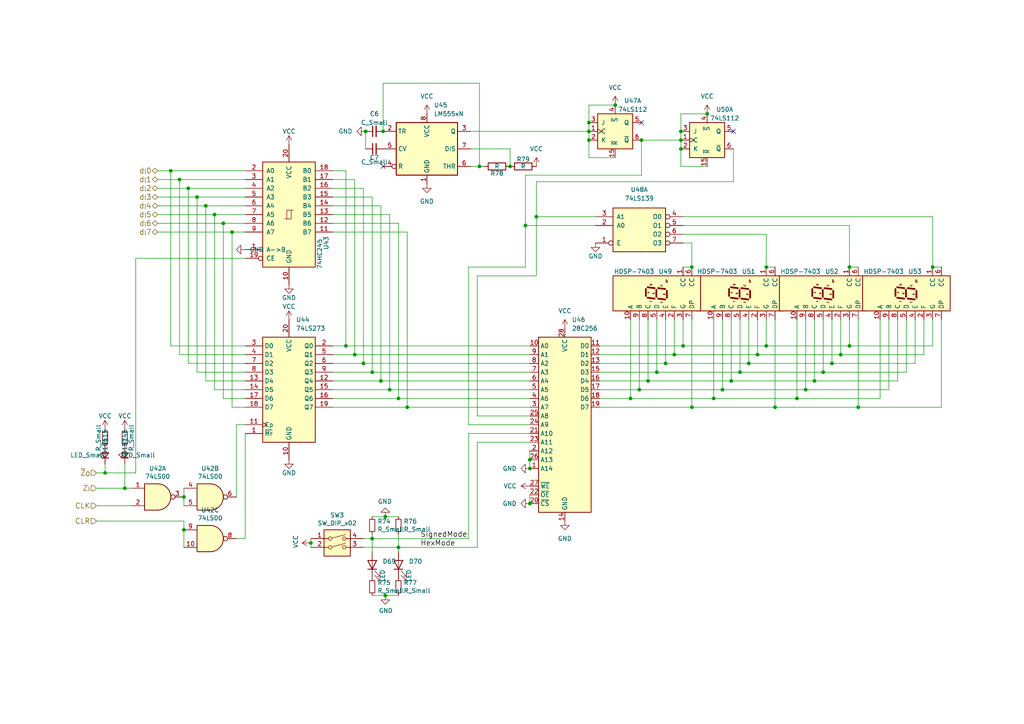
<source format=kicad_sch>
(kicad_sch (version 20230121) (generator eeschema)
  (paper "A4")
  (lib_symbols
    (symbol "74xx:74HC245" (pin_names (offset 1.016))
      (property "Reference" "U" (at -7.62 16.51 0))
      (property "Value" "74HC245" (at -7.62 -16.51 0))
      (symbol "74HC245_1_0"
        (polyline (pts (xy -0.635 -1.27) (xy -0.635 1.27) (xy 0.635 1.27)))
        (polyline (pts (xy -1.27 -1.27) (xy 0.635 -1.27) (xy 0.635 1.27) (xy 1.27 1.27)))
        (pin input line (at -12.7 -10.16 0) (length 5.08) (name "A->B") (number "1"))
        (pin power_in line (at 0 -20.32 90) (length 5.08) (name "GND") (number "10"))
        (pin tri_state line (at 12.7 -5.08 180) (length 5.08) (name "B7") (number "11"))
        (pin tri_state line (at 12.7 -2.54 180) (length 5.08) (name "B6") (number "12"))
        (pin tri_state line (at 12.7 0 180) (length 5.08) (name "B5") (number "13"))
        (pin tri_state line (at 12.7 2.54 180) (length 5.08) (name "B4") (number "14"))
        (pin tri_state line (at 12.7 5.08 180) (length 5.08) (name "B3") (number "15"))
        (pin tri_state line (at 12.7 7.62 180) (length 5.08) (name "B2") (number "16"))
        (pin tri_state line (at 12.7 10.16 180) (length 5.08) (name "B1") (number "17"))
        (pin tri_state line (at 12.7 12.7 180) (length 5.08) (name "B0") (number "18"))
        (pin input inverted (at -12.7 -12.7 0) (length 5.08) (name "CE") (number "19"))
        (pin tri_state line (at -12.7 12.7 0) (length 5.08) (name "A0") (number "2"))
        (pin power_in line (at 0 20.32 270) (length 5.08) (name "VCC") (number "20"))
        (pin tri_state line (at -12.7 10.16 0) (length 5.08) (name "A1") (number "3"))
        (pin tri_state line (at -12.7 7.62 0) (length 5.08) (name "A2") (number "4"))
        (pin tri_state line (at -12.7 5.08 0) (length 5.08) (name "A3") (number "5"))
        (pin tri_state line (at -12.7 2.54 0) (length 5.08) (name "A4") (number "6"))
        (pin tri_state line (at -12.7 0 0) (length 5.08) (name "A5") (number "7"))
        (pin tri_state line (at -12.7 -2.54 0) (length 5.08) (name "A6") (number "8"))
        (pin tri_state line (at -12.7 -5.08 0) (length 5.08) (name "A7") (number "9"))
      )
      (symbol "74HC245_1_1"
        (rectangle (start -7.62 15.24) (end 7.62 -15.24) (stroke (width 0.254)) (fill (type background)))
      )
    )
    (symbol "74xx:74LS00" (pin_names (offset 1.016))
      (property "Reference" "U" (at 0 1.27 0))
      (property "Value" "74LS00" (at 0 -1.27 0))
      (symbol "74LS00_1_1"
        (arc (start 0 -3.81) (mid 3.7934 0) (end 0 3.81) (stroke (width 0.254)) (fill (type background)))
        (polyline (pts (xy 0 3.81) (xy -3.81 3.81) (xy -3.81 -3.81) (xy 0 -3.81)) (stroke (width 0.254)) (fill (type background)))
        (pin input line (at -7.62 2.54 0) (length 3.81) (name "~") (number "1"))
        (pin input line (at -7.62 -2.54 0) (length 3.81) (name "~") (number "2"))
        (pin output inverted (at 7.62 0 180) (length 3.81) (name "~") (number "3"))
      )
      (symbol "74LS00_1_2"
        (arc (start -3.81 -3.81) (mid -2.589 0) (end -3.81 3.81) (stroke (width 0.254)))
        (arc (start -0.6096 -3.81) (mid 2.1842 -2.5851) (end 3.81 0) (stroke (width 0.254)) (fill (type background)))
        (polyline (pts (xy -3.81 -3.81) (xy -0.635 -3.81)) (stroke (width 0.254)) (fill (type background)))
        (polyline (pts (xy -3.81 3.81) (xy -0.635 3.81)) (stroke (width 0.254)) (fill (type background)))
        (polyline (pts (xy -0.635 3.81) (xy -3.81 3.81) (xy -3.81 3.81) (xy -3.556 3.4036) (xy -3.0226 2.2606) (xy -2.6924 1.0414) (xy -2.6162 -0.254) (xy -2.7686 -1.4986) (xy -3.175 -2.7178) (xy -3.81 -3.81) (xy -3.81 -3.81) (xy -0.635 -3.81)) (stroke (width -25.4)) (fill (type background)))
        (arc (start 3.81 0) (mid 2.1915 2.5936) (end -0.6096 3.81) (stroke (width 0.254)) (fill (type background)))
        (pin input inverted (at -7.62 2.54 0) (length 4.318) (name "~") (number "1"))
        (pin input inverted (at -7.62 -2.54 0) (length 4.318) (name "~") (number "2"))
        (pin output line (at 7.62 0 180) (length 3.81) (name "~") (number "3"))
      )
      (symbol "74LS00_2_1"
        (arc (start 0 -3.81) (mid 3.7934 0) (end 0 3.81) (stroke (width 0.254)) (fill (type background)))
        (polyline (pts (xy 0 3.81) (xy -3.81 3.81) (xy -3.81 -3.81) (xy 0 -3.81)) (stroke (width 0.254)) (fill (type background)))
        (pin input line (at -7.62 2.54 0) (length 3.81) (name "~") (number "4"))
        (pin input line (at -7.62 -2.54 0) (length 3.81) (name "~") (number "5"))
        (pin output inverted (at 7.62 0 180) (length 3.81) (name "~") (number "6"))
      )
      (symbol "74LS00_2_2"
        (arc (start -3.81 -3.81) (mid -2.589 0) (end -3.81 3.81) (stroke (width 0.254)))
        (arc (start -0.6096 -3.81) (mid 2.1842 -2.5851) (end 3.81 0) (stroke (width 0.254)) (fill (type background)))
        (polyline (pts (xy -3.81 -3.81) (xy -0.635 -3.81)) (stroke (width 0.254)) (fill (type background)))
        (polyline (pts (xy -3.81 3.81) (xy -0.635 3.81)) (stroke (width 0.254)) (fill (type background)))
        (polyline (pts (xy -0.635 3.81) (xy -3.81 3.81) (xy -3.81 3.81) (xy -3.556 3.4036) (xy -3.0226 2.2606) (xy -2.6924 1.0414) (xy -2.6162 -0.254) (xy -2.7686 -1.4986) (xy -3.175 -2.7178) (xy -3.81 -3.81) (xy -3.81 -3.81) (xy -0.635 -3.81)) (stroke (width -25.4)) (fill (type background)))
        (arc (start 3.81 0) (mid 2.1915 2.5936) (end -0.6096 3.81) (stroke (width 0.254)) (fill (type background)))
        (pin input inverted (at -7.62 2.54 0) (length 4.318) (name "~") (number "4"))
        (pin input inverted (at -7.62 -2.54 0) (length 4.318) (name "~") (number "5"))
        (pin output line (at 7.62 0 180) (length 3.81) (name "~") (number "6"))
      )
      (symbol "74LS00_3_1"
        (arc (start 0 -3.81) (mid 3.7934 0) (end 0 3.81) (stroke (width 0.254)) (fill (type background)))
        (polyline (pts (xy 0 3.81) (xy -3.81 3.81) (xy -3.81 -3.81) (xy 0 -3.81)) (stroke (width 0.254)) (fill (type background)))
        (pin input line (at -7.62 -2.54 0) (length 3.81) (name "~") (number "10"))
        (pin output inverted (at 7.62 0 180) (length 3.81) (name "~") (number "8"))
        (pin input line (at -7.62 2.54 0) (length 3.81) (name "~") (number "9"))
      )
      (symbol "74LS00_3_2"
        (arc (start -3.81 -3.81) (mid -2.589 0) (end -3.81 3.81) (stroke (width 0.254)))
        (arc (start -0.6096 -3.81) (mid 2.1842 -2.5851) (end 3.81 0) (stroke (width 0.254)) (fill (type background)))
        (polyline (pts (xy -3.81 -3.81) (xy -0.635 -3.81)) (stroke (width 0.254)) (fill (type background)))
        (polyline (pts (xy -3.81 3.81) (xy -0.635 3.81)) (stroke (width 0.254)) (fill (type background)))
        (polyline (pts (xy -0.635 3.81) (xy -3.81 3.81) (xy -3.81 3.81) (xy -3.556 3.4036) (xy -3.0226 2.2606) (xy -2.6924 1.0414) (xy -2.6162 -0.254) (xy -2.7686 -1.4986) (xy -3.175 -2.7178) (xy -3.81 -3.81) (xy -3.81 -3.81) (xy -0.635 -3.81)) (stroke (width -25.4)) (fill (type background)))
        (arc (start 3.81 0) (mid 2.1915 2.5936) (end -0.6096 3.81) (stroke (width 0.254)) (fill (type background)))
        (pin input inverted (at -7.62 -2.54 0) (length 4.318) (name "~") (number "10"))
        (pin output line (at 7.62 0 180) (length 3.81) (name "~") (number "8"))
        (pin input inverted (at -7.62 2.54 0) (length 4.318) (name "~") (number "9"))
      )
      (symbol "74LS00_4_1"
        (arc (start 0 -3.81) (mid 3.7934 0) (end 0 3.81) (stroke (width 0.254)) (fill (type background)))
        (polyline (pts (xy 0 3.81) (xy -3.81 3.81) (xy -3.81 -3.81) (xy 0 -3.81)) (stroke (width 0.254)) (fill (type background)))
        (pin output inverted (at 7.62 0 180) (length 3.81) (name "~") (number "11"))
        (pin input line (at -7.62 2.54 0) (length 3.81) (name "~") (number "12"))
        (pin input line (at -7.62 -2.54 0) (length 3.81) (name "~") (number "13"))
      )
      (symbol "74LS00_4_2"
        (arc (start -3.81 -3.81) (mid -2.589 0) (end -3.81 3.81) (stroke (width 0.254)))
        (arc (start -0.6096 -3.81) (mid 2.1842 -2.5851) (end 3.81 0) (stroke (width 0.254)) (fill (type background)))
        (polyline (pts (xy -3.81 -3.81) (xy -0.635 -3.81)) (stroke (width 0.254)) (fill (type background)))
        (polyline (pts (xy -3.81 3.81) (xy -0.635 3.81)) (stroke (width 0.254)) (fill (type background)))
        (polyline (pts (xy -0.635 3.81) (xy -3.81 3.81) (xy -3.81 3.81) (xy -3.556 3.4036) (xy -3.0226 2.2606) (xy -2.6924 1.0414) (xy -2.6162 -0.254) (xy -2.7686 -1.4986) (xy -3.175 -2.7178) (xy -3.81 -3.81) (xy -3.81 -3.81) (xy -0.635 -3.81)) (stroke (width -25.4)) (fill (type background)))
        (arc (start 3.81 0) (mid 2.1915 2.5936) (end -0.6096 3.81) (stroke (width 0.254)) (fill (type background)))
        (pin output line (at 7.62 0 180) (length 3.81) (name "~") (number "11"))
        (pin input inverted (at -7.62 2.54 0) (length 4.318) (name "~") (number "12"))
        (pin input inverted (at -7.62 -2.54 0) (length 4.318) (name "~") (number "13"))
      )
      (symbol "74LS00_5_0"
        (pin power_in line (at 0 12.7 270) (length 5.08) (name "VCC") (number "14"))
        (pin power_in line (at 0 -12.7 90) (length 5.08) (name "GND") (number "7"))
      )
      (symbol "74LS00_5_1"
        (rectangle (start -5.08 7.62) (end 5.08 -7.62) (stroke (width 0.254)) (fill (type background)))
      )
    )
    (symbol "74xx:74LS112" (pin_names (offset 1.016))
      (property "Reference" "U" (at -7.62 8.89 0))
      (property "Value" "74LS112" (at -7.62 -8.89 0))
      (symbol "74LS112_1_0"
        (pin input clock (at -7.62 0 0) (length 2.54) (name "C") (number "1"))
        (pin input line (at 0 -7.62 90) (length 2.54) (name "~{R}") (number "15"))
        (pin input line (at -7.62 -2.54 0) (length 2.54) (name "K") (number "2"))
        (pin input line (at -7.62 2.54 0) (length 2.54) (name "J") (number "3"))
        (pin input line (at 0 7.62 270) (length 2.54) (name "~{S}") (number "4"))
        (pin output line (at 7.62 2.54 180) (length 2.54) (name "Q") (number "5"))
        (pin output line (at 7.62 -2.54 180) (length 2.54) (name "~{Q}") (number "6"))
      )
      (symbol "74LS112_1_1"
        (rectangle (start -5.08 5.08) (end 5.08 -5.08) (stroke (width 0.254)) (fill (type background)))
      )
      (symbol "74LS112_2_0"
        (pin input line (at 0 7.62 270) (length 2.54) (name "~{S}") (number "10"))
        (pin input line (at -7.62 2.54 0) (length 2.54) (name "J") (number "11"))
        (pin input line (at -7.62 -2.54 0) (length 2.54) (name "K") (number "12"))
        (pin input clock (at -7.62 0 0) (length 2.54) (name "C") (number "13"))
        (pin input line (at 0 -7.62 90) (length 2.54) (name "~{R}") (number "14"))
        (pin output line (at 7.62 -2.54 180) (length 2.54) (name "~{Q}") (number "7"))
        (pin output line (at 7.62 2.54 180) (length 2.54) (name "Q") (number "9"))
      )
      (symbol "74LS112_2_1"
        (rectangle (start -5.08 5.08) (end 5.08 -5.08) (stroke (width 0.254)) (fill (type background)))
      )
      (symbol "74LS112_3_0"
        (pin power_in line (at 0 10.16 270) (length 2.54) (name "VCC") (number "16"))
        (pin power_in line (at 0 -10.16 90) (length 2.54) (name "GND") (number "8"))
      )
      (symbol "74LS112_3_1"
        (rectangle (start -5.08 7.62) (end 5.08 -7.62) (stroke (width 0.254)) (fill (type background)))
      )
    )
    (symbol "74xx:74LS139" (pin_names (offset 1.016))
      (property "Reference" "U" (at -7.62 8.89 0))
      (property "Value" "74LS139" (at -7.62 -8.89 0))
      (symbol "74LS139_1_0"
        (pin input inverted (at -12.7 -5.08 0) (length 5.08) (name "E") (number "1"))
        (pin input line (at -12.7 0 0) (length 5.08) (name "A0") (number "2"))
        (pin input line (at -12.7 2.54 0) (length 5.08) (name "A1") (number "3"))
        (pin output inverted (at 12.7 2.54 180) (length 5.08) (name "O0") (number "4"))
        (pin output inverted (at 12.7 0 180) (length 5.08) (name "O1") (number "5"))
        (pin output inverted (at 12.7 -2.54 180) (length 5.08) (name "O2") (number "6"))
        (pin output inverted (at 12.7 -5.08 180) (length 5.08) (name "O3") (number "7"))
      )
      (symbol "74LS139_1_1"
        (rectangle (start -7.62 5.08) (end 7.62 -7.62) (stroke (width 0.254)) (fill (type background)))
      )
      (symbol "74LS139_2_0"
        (pin output inverted (at 12.7 -2.54 180) (length 5.08) (name "O2") (number "10"))
        (pin output inverted (at 12.7 0 180) (length 5.08) (name "O1") (number "11"))
        (pin output inverted (at 12.7 2.54 180) (length 5.08) (name "O0") (number "12"))
        (pin input line (at -12.7 2.54 0) (length 5.08) (name "A1") (number "13"))
        (pin input line (at -12.7 0 0) (length 5.08) (name "A0") (number "14"))
        (pin input inverted (at -12.7 -5.08 0) (length 5.08) (name "E") (number "15"))
        (pin output inverted (at 12.7 -5.08 180) (length 5.08) (name "O3") (number "9"))
      )
      (symbol "74LS139_2_1"
        (rectangle (start -7.62 5.08) (end 7.62 -7.62) (stroke (width 0.254)) (fill (type background)))
      )
      (symbol "74LS139_3_0"
        (pin power_in line (at 0 12.7 270) (length 5.08) (name "VCC") (number "16"))
        (pin power_in line (at 0 -12.7 90) (length 5.08) (name "GND") (number "8"))
      )
      (symbol "74LS139_3_1"
        (rectangle (start -5.08 7.62) (end 5.08 -7.62) (stroke (width 0.254)) (fill (type background)))
      )
    )
    (symbol "74xx:74LS273"
      (property "Reference" "U" (at -7.62 16.51 0))
      (property "Value" "74LS273" (at -7.62 -16.51 0))
      (symbol "74LS273_1_0"
        (pin input line (at -12.7 -12.7 0) (length 5.08) (name "~{Mr}") (number "1"))
        (pin power_in line (at 0 -20.32 90) (length 5.08) (name "GND") (number "10"))
        (pin input clock (at -12.7 -10.16 0) (length 5.08) (name "Cp") (number "11"))
        (pin output line (at 12.7 2.54 180) (length 5.08) (name "Q4") (number "12"))
        (pin input line (at -12.7 2.54 0) (length 5.08) (name "D4") (number "13"))
        (pin input line (at -12.7 0 0) (length 5.08) (name "D5") (number "14"))
        (pin output line (at 12.7 0 180) (length 5.08) (name "Q5") (number "15"))
        (pin output line (at 12.7 -2.54 180) (length 5.08) (name "Q6") (number "16"))
        (pin input line (at -12.7 -2.54 0) (length 5.08) (name "D6") (number "17"))
        (pin input line (at -12.7 -5.08 0) (length 5.08) (name "D7") (number "18"))
        (pin output line (at 12.7 -5.08 180) (length 5.08) (name "Q7") (number "19"))
        (pin output line (at 12.7 12.7 180) (length 5.08) (name "Q0") (number "2"))
        (pin power_in line (at 0 20.32 270) (length 5.08) (name "VCC") (number "20"))
        (pin input line (at -12.7 12.7 0) (length 5.08) (name "D0") (number "3"))
        (pin input line (at -12.7 10.16 0) (length 5.08) (name "D1") (number "4"))
        (pin output line (at 12.7 10.16 180) (length 5.08) (name "Q1") (number "5"))
        (pin output line (at 12.7 7.62 180) (length 5.08) (name "Q2") (number "6"))
        (pin input line (at -12.7 7.62 0) (length 5.08) (name "D2") (number "7"))
        (pin input line (at -12.7 5.08 0) (length 5.08) (name "D3") (number "8"))
        (pin output line (at 12.7 5.08 180) (length 5.08) (name "Q3") (number "9"))
      )
      (symbol "74LS273_1_1"
        (rectangle (start -7.62 15.24) (end 7.62 -15.24) (stroke (width 0.254)) (fill (type background)))
      )
    )
    (symbol "Device:C_Small" (pin_numbers hide) (pin_names (offset 0.254) hide)
      (property "Reference" "C" (at 0.254 1.778 0))
      (property "Value" "C_Small" (at 0.254 -2.032 0))
      (symbol "C_Small_0_1"
        (polyline (pts (xy -1.524 -0.508) (xy 1.524 -0.508)) (stroke (width 0.3302)))
        (polyline (pts (xy -1.524 0.508) (xy 1.524 0.508)) (stroke (width 0.3048)))
      )
      (symbol "C_Small_1_1"
        (pin passive line (at 0 2.54 270) (length 2.032) (name "~") (number "1"))
        (pin passive line (at 0 -2.54 90) (length 2.032) (name "~") (number "2"))
      )
    )
    (symbol "Device:LED" (pin_numbers hide) (pin_names (offset 1.016) hide)
      (property "Reference" "D" (at 0 2.54 0))
      (property "Value" "LED" (at 0 -2.54 0))
      (symbol "LED_0_1"
        (polyline (pts (xy -1.27 -1.27) (xy -1.27 1.27)) (stroke (width 0.254)))
        (polyline (pts (xy -1.27 0) (xy 1.27 0)))
        (polyline (pts (xy 1.27 -1.27) (xy 1.27 1.27) (xy -1.27 0) (xy 1.27 -1.27)) (stroke (width 0.254)))
        (polyline (pts (xy -3.048 -0.762) (xy -4.572 -2.286) (xy -3.81 -2.286) (xy -4.572 -2.286) (xy -4.572 -1.524)))
        (polyline (pts (xy -1.778 -0.762) (xy -3.302 -2.286) (xy -2.54 -2.286) (xy -3.302 -2.286) (xy -3.302 -1.524)))
      )
      (symbol "LED_1_1"
        (pin passive line (at -3.81 0 0) (length 2.54) (name "K") (number "1"))
        (pin passive line (at 3.81 0 180) (length 2.54) (name "A") (number "2"))
      )
    )
    (symbol "Device:LED_Small" (pin_numbers hide) (pin_names (offset 0.254) hide)
      (property "Reference" "D" (at -1.27 3.175 0))
      (property "Value" "LED_Small" (at -4.445 -2.54 0))
      (symbol "LED_Small_0_1"
        (polyline (pts (xy -0.762 -1.016) (xy -0.762 1.016)) (stroke (width 0.254)))
        (polyline (pts (xy 1.016 0) (xy -0.762 0)))
        (polyline (pts (xy 0.762 -1.016) (xy -0.762 0) (xy 0.762 1.016) (xy 0.762 -1.016)) (stroke (width 0.254)))
        (polyline (pts (xy 0 0.762) (xy -0.508 1.27) (xy -0.254 1.27) (xy -0.508 1.27) (xy -0.508 1.016)))
        (polyline (pts (xy 0.508 1.27) (xy 0 1.778) (xy 0.254 1.778) (xy 0 1.778) (xy 0 1.524)))
      )
      (symbol "LED_Small_1_1"
        (pin passive line (at -2.54 0 0) (length 1.778) (name "K") (number "1"))
        (pin passive line (at 2.54 0 180) (length 1.778) (name "A") (number "2"))
      )
    )
    (symbol "Device:R" (pin_numbers hide) (pin_names (offset 0))
      (property "Reference" "R" (at 2.032 0 90))
      (property "Value" "R" (at 0 0 90))
      (symbol "R_0_1"
        (rectangle (start -1.016 -2.54) (end 1.016 2.54) (stroke (width 0.254)))
      )
      (symbol "R_1_1"
        (pin passive line (at 0 3.81 270) (length 1.27) (name "~") (number "1"))
        (pin passive line (at 0 -3.81 90) (length 1.27) (name "~") (number "2"))
      )
    )
    (symbol "Device:R_Small" (pin_numbers hide) (pin_names (offset 0.254) hide)
      (property "Reference" "R" (at 0.762 0.508 0))
      (property "Value" "R_Small" (at 0.762 -1.016 0))
      (symbol "R_Small_0_1"
        (rectangle (start -0.762 1.778) (end 0.762 -1.778) (stroke (width 0.2032)))
      )
      (symbol "R_Small_1_1"
        (pin passive line (at 0 2.54 270) (length 0.762) (name "~") (number "1"))
        (pin passive line (at 0 -2.54 90) (length 0.762) (name "~") (number "2"))
      )
    )
    (symbol "Display_Character:HDSP-7403"
      (property "Reference" "U" (at -3.81 13.97 0))
      (property "Value" "HDSP-7403" (at 6.35 13.97 0))
      (symbol "HDSP-7403_1_0"
        (text "A" (at 0.254 2.413 0) (effects (font (size 0.508 0.508))))
        (text "B" (at 2.54 1.651 0) (effects (font (size 0.508 0.508))))
        (text "C" (at 2.286 -1.397 0) (effects (font (size 0.508 0.508))))
        (text "D" (at -0.254 -2.159 0) (effects (font (size 0.508 0.508))))
        (text "DP" (at 3.556 -2.921 0) (effects (font (size 0.508 0.508))))
        (text "E" (at -2.54 -1.397 0) (effects (font (size 0.508 0.508))))
        (text "F" (at -2.286 1.651 0) (effects (font (size 0.508 0.508))))
        (text "G" (at 0 0.889 0) (effects (font (size 0.508 0.508))))
      )
      (symbol "HDSP-7403_1_1"
        (rectangle (start -5.08 12.7) (end 5.08 -12.7) (stroke (width 0.254)) (fill (type background)))
        (polyline (pts (xy -1.524 -0.381) (xy -1.778 -2.413)) (stroke (width 0.508)))
        (polyline (pts (xy -1.27 -2.921) (xy 0.762 -2.921)) (stroke (width 0.508)))
        (polyline (pts (xy -1.27 2.667) (xy -1.524 0.635)) (stroke (width 0.508)))
        (polyline (pts (xy -1.016 0.127) (xy 1.016 0.127)) (stroke (width 0.508)))
        (polyline (pts (xy -0.762 3.175) (xy 1.27 3.175)) (stroke (width 0.508)))
        (polyline (pts (xy 1.524 -0.381) (xy 1.27 -2.413)) (stroke (width 0.508)))
        (polyline (pts (xy 1.778 2.667) (xy 1.524 0.635)) (stroke (width 0.508)))
        (polyline (pts (xy 2.54 -2.921) (xy 2.54 -2.921)) (stroke (width 0.508)))
        (pin input line (at 7.62 -7.62 180) (length 2.54) (name "CC") (number "1"))
        (pin input line (at -7.62 7.62 0) (length 2.54) (name "A") (number "10"))
        (pin input line (at -7.62 -5.08 0) (length 2.54) (name "F") (number "2"))
        (pin input line (at -7.62 -7.62 0) (length 2.54) (name "G") (number "3"))
        (pin input line (at -7.62 -2.54 0) (length 2.54) (name "E") (number "4"))
        (pin input line (at -7.62 0 0) (length 2.54) (name "D") (number "5"))
        (pin input line (at 7.62 -10.16 180) (length 2.54) (name "CC") (number "6"))
        (pin input line (at -7.62 -10.16 0) (length 2.54) (name "DP") (number "7"))
        (pin input line (at -7.62 2.54 0) (length 2.54) (name "C") (number "8"))
        (pin input line (at -7.62 5.08 0) (length 2.54) (name "B") (number "9"))
      )
    )
    (symbol "Memory_EEPROM:28C256"
      (property "Reference" "U" (at -7.62 26.67 0))
      (property "Value" "28C256" (at 2.54 -26.67 0))
      (symbol "28C256_1_1"
        (rectangle (start -7.62 25.4) (end 7.62 -25.4) (stroke (width 0.254)) (fill (type background)))
        (pin input line (at -10.16 -12.7 0) (length 2.54) (name "A14") (number "1"))
        (pin input line (at -10.16 22.86 0) (length 2.54) (name "A0") (number "10"))
        (pin tri_state line (at 10.16 22.86 180) (length 2.54) (name "D0") (number "11"))
        (pin tri_state line (at 10.16 20.32 180) (length 2.54) (name "D1") (number "12"))
        (pin tri_state line (at 10.16 17.78 180) (length 2.54) (name "D2") (number "13"))
        (pin power_in line (at 0 -27.94 90) (length 2.54) (name "GND") (number "14"))
        (pin tri_state line (at 10.16 15.24 180) (length 2.54) (name "D3") (number "15"))
        (pin tri_state line (at 10.16 12.7 180) (length 2.54) (name "D4") (number "16"))
        (pin tri_state line (at 10.16 10.16 180) (length 2.54) (name "D5") (number "17"))
        (pin tri_state line (at 10.16 7.62 180) (length 2.54) (name "D6") (number "18"))
        (pin tri_state line (at 10.16 5.08 180) (length 2.54) (name "D7") (number "19"))
        (pin input line (at -10.16 -7.62 0) (length 2.54) (name "A12") (number "2"))
        (pin input line (at -10.16 -22.86 0) (length 2.54) (name "~{CS}") (number "20"))
        (pin input line (at -10.16 -2.54 0) (length 2.54) (name "A10") (number "21"))
        (pin input line (at -10.16 -20.32 0) (length 2.54) (name "~{OE}") (number "22"))
        (pin input line (at -10.16 -5.08 0) (length 2.54) (name "A11") (number "23"))
        (pin input line (at -10.16 0 0) (length 2.54) (name "A9") (number "24"))
        (pin input line (at -10.16 2.54 0) (length 2.54) (name "A8") (number "25"))
        (pin input line (at -10.16 -10.16 0) (length 2.54) (name "A13") (number "26"))
        (pin input line (at -10.16 -17.78 0) (length 2.54) (name "~{WE}") (number "27"))
        (pin power_in line (at 0 27.94 270) (length 2.54) (name "VCC") (number "28"))
        (pin input line (at -10.16 5.08 0) (length 2.54) (name "A7") (number "3"))
        (pin input line (at -10.16 7.62 0) (length 2.54) (name "A6") (number "4"))
        (pin input line (at -10.16 10.16 0) (length 2.54) (name "A5") (number "5"))
        (pin input line (at -10.16 12.7 0) (length 2.54) (name "A4") (number "6"))
        (pin input line (at -10.16 15.24 0) (length 2.54) (name "A3") (number "7"))
        (pin input line (at -10.16 17.78 0) (length 2.54) (name "A2") (number "8"))
        (pin input line (at -10.16 20.32 0) (length 2.54) (name "A1") (number "9"))
      )
    )
    (symbol "Switch:SW_DIP_x02" (pin_names (offset 0) hide)
      (property "Reference" "SW" (at 0 6.35 0))
      (property "Value" "SW_DIP_x02" (at 0 -3.81 0))
      (symbol "SW_DIP_x02_0_0"
        (circle (center -2.032 0) (radius 0.508))
        (circle (center -2.032 2.54) (radius 0.508))
        (polyline (pts (xy -1.524 0.127) (xy 2.3622 1.1684)))
        (polyline (pts (xy -1.524 2.667) (xy 2.3622 3.7084)))
        (circle (center 2.032 0) (radius 0.508))
        (circle (center 2.032 2.54) (radius 0.508))
      )
      (symbol "SW_DIP_x02_0_1"
        (rectangle (start -3.81 5.08) (end 3.81 -2.54) (stroke (width 0.254)) (fill (type background)))
      )
      (symbol "SW_DIP_x02_1_1"
        (pin passive line (at -7.62 2.54 0) (length 5.08) (name "~") (number "1"))
        (pin passive line (at -7.62 0 0) (length 5.08) (name "~") (number "2"))
        (pin passive line (at 7.62 0 180) (length 5.08) (name "~") (number "3"))
        (pin passive line (at 7.62 2.54 180) (length 5.08) (name "~") (number "4"))
      )
    )
    (symbol "Timer:LM555xN"
      (property "Reference" "U" (at -10.16 8.89 0))
      (property "Value" "LM555xN" (at 2.54 8.89 0))
      (symbol "LM555xN_0_0"
        (pin power_in line (at 0 -10.16 90) (length 2.54) (name "GND") (number "1"))
        (pin power_in line (at 0 10.16 270) (length 2.54) (name "VCC") (number "8"))
      )
      (symbol "LM555xN_0_1"
        (rectangle (start -8.89 -7.62) (end 8.89 7.62) (stroke (width 0.254)) (fill (type background)))
        (rectangle (start -8.89 -7.62) (end 8.89 7.62) (stroke (width 0.254)) (fill (type background)))
      )
      (symbol "LM555xN_1_1"
        (pin input line (at -12.7 5.08 0) (length 3.81) (name "TR") (number "2"))
        (pin output line (at 12.7 5.08 180) (length 3.81) (name "Q") (number "3"))
        (pin input inverted (at -12.7 -5.08 0) (length 3.81) (name "R") (number "4"))
        (pin input line (at -12.7 0 0) (length 3.81) (name "CV") (number "5"))
        (pin input line (at 12.7 -5.08 180) (length 3.81) (name "THR") (number "6"))
        (pin input line (at 12.7 0 180) (length 3.81) (name "DIS") (number "7"))
      )
    )
    (symbol "power:GND" (power) (pin_names (offset 0))
      (property "Value" "GND" (at 0 -3.81 0))
      (symbol "GND_0_1"
        (polyline (pts (xy 0 0) (xy 0 -1.27) (xy 1.27 -1.27) (xy 0 -2.54) (xy -1.27 -1.27) (xy 0 -1.27)))
      )
      (symbol "GND_1_1"
        (pin power_in line (at 0 0 270) (length 0) hide (name "GND") (number "1"))
      )
    )
    (symbol "power:VCC" (power) (pin_names (offset 0))
      (property "Value" "VCC" (at 0 3.81 0))
      (symbol "VCC_0_1"
        (polyline (pts (xy -0.762 1.27) (xy 0 2.54)))
        (polyline (pts (xy 0 0) (xy 0 2.54)))
        (polyline (pts (xy 0 2.54) (xy 0.762 1.27)))
      )
      (symbol "VCC_1_1"
        (pin power_in line (at 0 0 90) (length 0) hide (name "VCC") (number "1"))
      )
    )
  )
  (junction (at 209.55 113.03))
  (junction (at 231.14 115.57))
  (junction (at 111.76 172.72))
  (junction (at 170.815 40.64))
  (junction (at 49.53 49.53))
  (junction (at 212.09 110.49))
  (junction (at 170.815 38.1))
  (junction (at 100.33 100.33))
  (junction (at 110.49 110.49))
  (junction (at 185.42 113.03))
  (junction (at 219.71 102.87))
  (junction (at 222.25 77.47))
  (junction (at 107.95 107.95))
  (junction (at 195.58 102.87))
  (junction (at 59.69 59.69))
  (junction (at 224.79 118.11))
  (junction (at 152.4 65.405))
  (junction (at 222.25 100.33))
  (junction (at 54.61 54.61))
  (junction (at 57.15 57.15))
  (junction (at 233.68 113.03))
  (junction (at 115.57 115.57))
  (junction (at 200.66 77.47))
  (junction (at 197.485 38.1))
  (junction (at 243.84 102.87))
  (junction (at 193.04 105.41))
  (junction (at 170.815 35.56))
  (junction (at 197.485 40.64))
  (junction (at 147.955 48.26))
  (junction (at 238.76 107.95))
  (junction (at 198.12 100.33))
  (junction (at 107.95 156.21))
  (junction (at 205.105 33.02))
  (junction (at 53.34 144.145))
  (junction (at 30.48 137.16))
  (junction (at 153.67 146.05))
  (junction (at 248.92 118.11))
  (junction (at 155.575 62.865))
  (junction (at 190.5 107.95))
  (junction (at 111.125 38.1))
  (junction (at 153.67 133.35))
  (junction (at 53.34 153.67))
  (junction (at 111.76 149.86))
  (junction (at 186.055 40.64))
  (junction (at 214.63 107.95))
  (junction (at 118.11 118.11))
  (junction (at 197.485 43.18))
  (junction (at 200.66 118.11))
  (junction (at 52.07 52.07))
  (junction (at 270.51 77.47))
  (junction (at 246.38 100.33))
  (junction (at 90.17 157.48))
  (junction (at 102.87 102.87))
  (junction (at 236.22 110.49))
  (junction (at 105.41 105.41))
  (junction (at 217.17 105.41))
  (junction (at 178.435 30.48))
  (junction (at 241.3 105.41))
  (junction (at 62.23 62.23))
  (junction (at 106.045 38.1))
  (junction (at 113.03 113.03))
  (junction (at 207.01 115.57))
  (junction (at 187.96 110.49))
  (junction (at 67.31 67.31))
  (junction (at 153.67 135.89))
  (junction (at 64.77 64.77))
  (junction (at 115.57 158.75))
  (junction (at 36.195 141.605))
  (junction (at 182.88 115.57))
  (junction (at 246.38 77.47))
  (junction (at 139.065 48.26))
  (no_connect (at 111.125 48.26))
  (no_connect (at 186.055 35.56))
  (no_connect (at 212.725 38.1))
  (wire (pts (xy 152.4 65.405) (xy 152.4 77.47)))
  (wire (pts (xy 138.43 128.27) (xy 138.43 158.75)))
  (wire (pts (xy 45.72 54.61) (xy 54.61 54.61)))
  (wire (pts (xy 45.72 67.31) (xy 67.31 67.31)))
  (wire (pts (xy 267.97 102.87) (xy 267.97 92.71)))
  (wire (pts (xy 118.11 118.11) (xy 153.67 118.11)))
  (wire (pts (xy 222.25 67.945) (xy 198.12 67.945)))
  (wire (pts (xy 110.49 110.49) (xy 153.67 110.49)))
  (wire (pts (xy 115.57 64.77) (xy 115.57 115.57)))
  (wire (pts (xy 71.12 59.69) (xy 59.69 59.69)))
  (wire (pts (xy 135.89 77.47) (xy 152.4 77.47)))
  (wire (pts (xy 200.66 92.71) (xy 200.66 118.11)))
  (wire (pts (xy 212.09 110.49) (xy 212.09 92.71)))
  (wire (pts (xy 105.41 105.41) (xy 153.67 105.41)))
  (wire (pts (xy 248.92 118.11) (xy 248.92 92.71)))
  (wire (pts (xy 219.71 102.87) (xy 243.84 102.87)))
  (wire (pts (xy 105.41 105.41) (xy 105.41 54.61)))
  (wire (pts (xy 100.33 49.53) (xy 96.52 49.53)))
  (wire (pts (xy 195.58 102.87) (xy 219.71 102.87)))
  (wire (pts (xy 62.23 62.23) (xy 62.23 113.03)))
  (wire (pts (xy 53.34 153.67) (xy 53.34 158.75)))
  (wire (pts (xy 139.065 48.26) (xy 140.335 48.26)))
  (wire (pts (xy 96.52 110.49) (xy 110.49 110.49)))
  (wire (pts (xy 246.38 100.33) (xy 270.51 100.33)))
  (wire (pts (xy 209.55 113.03) (xy 209.55 92.71)))
  (wire (pts (xy 153.67 123.19) (xy 135.89 123.19)))
  (wire (pts (xy 45.72 62.23) (xy 62.23 62.23)))
  (wire (pts (xy 190.5 107.95) (xy 190.5 92.71)))
  (wire (pts (xy 113.03 113.03) (xy 113.03 62.23)))
  (wire (pts (xy 96.52 52.07) (xy 102.87 52.07)))
  (wire (pts (xy 197.485 43.18) (xy 197.485 48.26)))
  (wire (pts (xy 155.575 62.865) (xy 172.72 62.865)))
  (wire (pts (xy 200.66 70.485) (xy 198.12 70.485)))
  (wire (pts (xy 96.52 107.95) (xy 107.95 107.95)))
  (wire (pts (xy 68.58 144.145) (xy 68.58 123.19)))
  (wire (pts (xy 197.485 48.26) (xy 205.105 48.26)))
  (wire (pts (xy 219.71 92.71) (xy 219.71 102.87)))
  (wire (pts (xy 102.87 102.87) (xy 153.67 102.87)))
  (wire (pts (xy 71.12 54.61) (xy 54.61 54.61)))
  (wire (pts (xy 106.045 38.1) (xy 106.045 43.18)))
  (wire (pts (xy 233.68 113.03) (xy 233.68 92.71)))
  (wire (pts (xy 190.5 107.95) (xy 214.63 107.95)))
  (wire (pts (xy 195.58 102.87) (xy 195.58 92.71)))
  (wire (pts (xy 135.89 125.73) (xy 153.67 125.73)))
  (wire (pts (xy 71.12 49.53) (xy 49.53 49.53)))
  (wire (pts (xy 200.66 118.11) (xy 224.79 118.11)))
  (wire (pts (xy 115.57 154.94) (xy 115.57 158.75)))
  (wire (pts (xy 36.195 134.62) (xy 36.195 141.605)))
  (wire (pts (xy 102.87 52.07) (xy 102.87 102.87)))
  (wire (pts (xy 45.72 49.53) (xy 49.53 49.53)))
  (wire (pts (xy 246.38 65.405) (xy 198.12 65.405)))
  (wire (pts (xy 27.94 141.605) (xy 36.195 141.605)))
  (wire (pts (xy 45.72 59.69) (xy 59.69 59.69)))
  (wire (pts (xy 197.485 33.02) (xy 197.485 38.1)))
  (wire (pts (xy 57.15 107.95) (xy 57.15 57.15)))
  (wire (pts (xy 71.12 110.49) (xy 59.69 110.49)))
  (wire (pts (xy 152.4 65.405) (xy 152.4 50.8)))
  (wire (pts (xy 212.09 110.49) (xy 236.22 110.49)))
  (wire (pts (xy 107.95 149.86) (xy 111.76 149.86)))
  (wire (pts (xy 64.77 115.57) (xy 64.77 64.77)))
  (wire (pts (xy 107.95 57.15) (xy 107.95 107.95)))
  (wire (pts (xy 139.065 24.13) (xy 139.065 48.26)))
  (wire (pts (xy 265.43 105.41) (xy 265.43 92.71)))
  (wire (pts (xy 147.955 43.18) (xy 147.955 48.26)))
  (wire (pts (xy 111.76 149.86) (xy 115.57 149.86)))
  (wire (pts (xy 236.22 110.49) (xy 260.35 110.49)))
  (wire (pts (xy 135.89 123.19) (xy 135.89 77.47)))
  (wire (pts (xy 262.89 107.95) (xy 262.89 92.71)))
  (wire (pts (xy 187.96 110.49) (xy 212.09 110.49)))
  (wire (pts (xy 200.66 70.485) (xy 200.66 77.47)))
  (wire (pts (xy 170.815 38.1) (xy 170.815 40.64)))
  (wire (pts (xy 243.84 102.87) (xy 267.97 102.87)))
  (wire (pts (xy 186.055 40.64) (xy 186.055 50.8)))
  (wire (pts (xy 136.525 38.1) (xy 170.815 38.1)))
  (wire (pts (xy 243.84 92.71) (xy 243.84 102.87)))
  (wire (pts (xy 246.38 77.47) (xy 246.38 65.405)))
  (wire (pts (xy 45.72 52.07) (xy 52.07 52.07)))
  (wire (pts (xy 90.17 156.21) (xy 90.17 157.48)))
  (wire (pts (xy 173.99 105.41) (xy 193.04 105.41)))
  (wire (pts (xy 52.07 102.87) (xy 52.07 52.07)))
  (wire (pts (xy 238.76 107.95) (xy 262.89 107.95)))
  (wire (pts (xy 71.12 52.07) (xy 52.07 52.07)))
  (wire (pts (xy 138.43 120.65) (xy 153.67 120.65)))
  (wire (pts (xy 224.79 118.11) (xy 248.92 118.11)))
  (wire (pts (xy 214.63 107.95) (xy 238.76 107.95)))
  (wire (pts (xy 107.95 107.95) (xy 153.67 107.95)))
  (wire (pts (xy 115.57 115.57) (xy 153.67 115.57)))
  (wire (pts (xy 198.12 77.47) (xy 200.66 77.47)))
  (wire (pts (xy 238.76 107.95) (xy 238.76 92.71)))
  (wire (pts (xy 255.27 115.57) (xy 255.27 92.71)))
  (wire (pts (xy 231.14 115.57) (xy 255.27 115.57)))
  (wire (pts (xy 45.72 57.15) (xy 57.15 57.15)))
  (wire (pts (xy 27.94 151.13) (xy 53.34 151.13)))
  (wire (pts (xy 96.52 118.11) (xy 118.11 118.11)))
  (wire (pts (xy 209.55 113.03) (xy 233.68 113.03)))
  (wire (pts (xy 173.99 115.57) (xy 182.88 115.57)))
  (wire (pts (xy 170.815 30.48) (xy 178.435 30.48)))
  (wire (pts (xy 71.12 57.15) (xy 57.15 57.15)))
  (wire (pts (xy 96.52 102.87) (xy 102.87 102.87)))
  (wire (pts (xy 105.41 156.21) (xy 107.95 156.21)))
  (wire (pts (xy 59.69 110.49) (xy 59.69 59.69)))
  (wire (pts (xy 30.48 134.62) (xy 30.48 137.16)))
  (wire (pts (xy 115.57 158.75) (xy 138.43 158.75)))
  (wire (pts (xy 107.95 154.94) (xy 107.95 156.21)))
  (wire (pts (xy 96.52 115.57) (xy 115.57 115.57)))
  (wire (pts (xy 193.04 105.41) (xy 217.17 105.41)))
  (wire (pts (xy 153.67 133.35) (xy 153.67 135.89)))
  (wire (pts (xy 241.3 105.41) (xy 265.43 105.41)))
  (wire (pts (xy 54.61 54.61) (xy 54.61 105.41)))
  (wire (pts (xy 170.815 35.56) (xy 170.815 38.1)))
  (wire (pts (xy 193.04 92.71) (xy 193.04 105.41)))
  (wire (pts (xy 111.76 172.72) (xy 115.57 172.72)))
  (wire (pts (xy 96.52 113.03) (xy 113.03 113.03)))
  (wire (pts (xy 198.12 62.865) (xy 270.51 62.865)))
  (wire (pts (xy 170.815 35.56) (xy 170.815 30.48)))
  (wire (pts (xy 270.51 62.865) (xy 270.51 77.47)))
  (wire (pts (xy 186.055 40.64) (xy 197.485 40.64)))
  (wire (pts (xy 257.81 113.03) (xy 257.81 92.71)))
  (wire (pts (xy 96.52 57.15) (xy 107.95 57.15)))
  (wire (pts (xy 152.4 65.405) (xy 172.72 65.405)))
  (wire (pts (xy 155.575 62.865) (xy 155.575 80.01)))
  (wire (pts (xy 197.485 38.1) (xy 197.485 40.64)))
  (wire (pts (xy 71.12 115.57) (xy 64.77 115.57)))
  (wire (pts (xy 273.05 118.11) (xy 273.05 92.71)))
  (wire (pts (xy 155.575 52.705) (xy 155.575 62.865)))
  (wire (pts (xy 49.53 49.53) (xy 49.53 100.33)))
  (wire (pts (xy 136.525 43.18) (xy 147.955 43.18)))
  (wire (pts (xy 54.61 105.41) (xy 71.12 105.41)))
  (wire (pts (xy 111.125 38.1) (xy 111.125 24.13)))
  (wire (pts (xy 182.88 115.57) (xy 207.01 115.57)))
  (wire (pts (xy 207.01 115.57) (xy 231.14 115.57)))
  (wire (pts (xy 71.12 102.87) (xy 52.07 102.87)))
  (wire (pts (xy 110.49 59.69) (xy 110.49 110.49)))
  (wire (pts (xy 153.67 143.51) (xy 153.67 146.05)))
  (wire (pts (xy 113.03 62.23) (xy 96.52 62.23)))
  (wire (pts (xy 198.12 92.71) (xy 198.12 100.33)))
  (wire (pts (xy 155.575 80.01) (xy 138.43 80.01)))
  (wire (pts (xy 217.17 105.41) (xy 217.17 92.71)))
  (wire (pts (xy 153.67 130.81) (xy 153.67 133.35)))
  (wire (pts (xy 173.99 110.49) (xy 187.96 110.49)))
  (wire (pts (xy 27.94 146.685) (xy 38.1 146.685)))
  (wire (pts (xy 53.34 144.145) (xy 53.34 146.685)))
  (wire (pts (xy 212.725 52.705) (xy 155.575 52.705)))
  (wire (pts (xy 67.31 67.31) (xy 67.31 118.11)))
  (wire (pts (xy 62.23 113.03) (xy 71.12 113.03)))
  (wire (pts (xy 197.485 40.64) (xy 197.485 43.18)))
  (wire (pts (xy 246.38 100.33) (xy 246.38 92.71)))
  (wire (pts (xy 173.99 107.95) (xy 190.5 107.95)))
  (wire (pts (xy 214.63 107.95) (xy 214.63 92.71)))
  (wire (pts (xy 53.34 141.605) (xy 53.34 144.145)))
  (wire (pts (xy 241.3 105.41) (xy 241.3 92.71)))
  (wire (pts (xy 187.96 110.49) (xy 187.96 92.71)))
  (wire (pts (xy 105.41 158.75) (xy 115.57 158.75)))
  (wire (pts (xy 36.195 141.605) (xy 38.1 141.605)))
  (wire (pts (xy 71.12 67.31) (xy 67.31 67.31)))
  (wire (pts (xy 136.525 48.26) (xy 139.065 48.26)))
  (wire (pts (xy 105.41 54.61) (xy 96.52 54.61)))
  (wire (pts (xy 90.17 157.48) (xy 90.17 158.75)))
  (wire (pts (xy 182.88 92.71) (xy 182.88 115.57)))
  (wire (pts (xy 53.34 153.67) (xy 53.34 151.13)))
  (wire (pts (xy 96.52 105.41) (xy 105.41 105.41)))
  (wire (pts (xy 205.105 33.02) (xy 197.485 33.02)))
  (wire (pts (xy 198.12 100.33) (xy 222.25 100.33)))
  (wire (pts (xy 100.33 100.33) (xy 100.33 49.53)))
  (wire (pts (xy 246.38 77.47) (xy 248.92 77.47)))
  (wire (pts (xy 39.37 74.93) (xy 39.37 137.16)))
  (wire (pts (xy 224.79 118.11) (xy 224.79 92.71)))
  (wire (pts (xy 270.51 100.33) (xy 270.51 92.71)))
  (wire (pts (xy 173.99 102.87) (xy 195.58 102.87)))
  (wire (pts (xy 233.68 113.03) (xy 257.81 113.03)))
  (wire (pts (xy 170.815 40.64) (xy 170.815 45.72)))
  (wire (pts (xy 49.53 100.33) (xy 71.12 100.33)))
  (wire (pts (xy 111.125 24.13) (xy 139.065 24.13)))
  (wire (pts (xy 39.37 74.93) (xy 71.12 74.93)))
  (wire (pts (xy 118.11 67.31) (xy 96.52 67.31)))
  (wire (pts (xy 113.03 113.03) (xy 153.67 113.03)))
  (wire (pts (xy 212.725 43.18) (xy 212.725 52.705)))
  (wire (pts (xy 107.95 156.21) (xy 135.89 156.21)))
  (wire (pts (xy 153.67 128.27) (xy 138.43 128.27)))
  (wire (pts (xy 96.52 100.33) (xy 100.33 100.33)))
  (wire (pts (xy 30.48 137.16) (xy 39.37 137.16)))
  (wire (pts (xy 71.12 62.23) (xy 62.23 62.23)))
  (wire (pts (xy 207.01 115.57) (xy 207.01 92.71)))
  (wire (pts (xy 173.99 113.03) (xy 185.42 113.03)))
  (wire (pts (xy 173.99 118.11) (xy 200.66 118.11)))
  (wire (pts (xy 68.58 156.21) (xy 71.12 156.21)))
  (wire (pts (xy 248.92 118.11) (xy 273.05 118.11)))
  (wire (pts (xy 222.25 100.33) (xy 246.38 100.33)))
  (wire (pts (xy 68.58 123.19) (xy 71.12 123.19)))
  (wire (pts (xy 185.42 113.03) (xy 185.42 92.71)))
  (wire (pts (xy 100.33 100.33) (xy 153.67 100.33)))
  (wire (pts (xy 118.11 118.11) (xy 118.11 67.31)))
  (wire (pts (xy 67.31 118.11) (xy 71.12 118.11)))
  (wire (pts (xy 222.25 77.47) (xy 224.79 77.47)))
  (wire (pts (xy 71.12 64.77) (xy 64.77 64.77)))
  (wire (pts (xy 236.22 110.49) (xy 236.22 92.71)))
  (wire (pts (xy 107.95 172.72) (xy 111.76 172.72)))
  (wire (pts (xy 135.89 156.21) (xy 135.89 125.73)))
  (wire (pts (xy 170.815 45.72) (xy 178.435 45.72)))
  (wire (pts (xy 185.42 113.03) (xy 209.55 113.03)))
  (wire (pts (xy 222.25 100.33) (xy 222.25 92.71)))
  (wire (pts (xy 71.12 125.73) (xy 71.12 156.21)))
  (wire (pts (xy 96.52 64.77) (xy 115.57 64.77)))
  (wire (pts (xy 231.14 115.57) (xy 231.14 92.71)))
  (wire (pts (xy 186.055 50.8) (xy 152.4 50.8)))
  (wire (pts (xy 107.95 156.21) (xy 107.95 160.02)))
  (wire (pts (xy 270.51 77.47) (xy 273.05 77.47)))
  (wire (pts (xy 45.72 64.77) (xy 64.77 64.77)))
  (wire (pts (xy 115.57 158.75) (xy 115.57 160.02)))
  (wire (pts (xy 217.17 105.41) (xy 241.3 105.41)))
  (wire (pts (xy 260.35 110.49) (xy 260.35 92.71)))
  (wire (pts (xy 222.25 67.945) (xy 222.25 77.47)))
  (wire (pts (xy 96.52 59.69) (xy 110.49 59.69)))
  (wire (pts (xy 138.43 80.01) (xy 138.43 120.65)))
  (wire (pts (xy 173.99 100.33) (xy 198.12 100.33)))
  (wire (pts (xy 27.94 137.16) (xy 30.48 137.16)))
  (wire (pts (xy 71.12 107.95) (xy 57.15 107.95)))
  (label "HexMode" (at 121.92 158.75 0) (effects (font (size 1.524 1.524))))
  (label "SignedMode" (at 121.92 156.21 0) (effects (font (size 1.524 1.524))))
  (hierarchical_label "CLR" (shape input) (at 27.94 151.13 180) (effects (font (size 1.524 1.524))))
  (hierarchical_label "d_{i}5" (shape tri_state) (at 45.72 62.23 180) (effects (font (size 1.524 1.524))))
  (hierarchical_label "Z_{I}" (shape input) (at 27.94 141.605 180) (effects (font (size 1.524 1.524))))
  (hierarchical_label "d_{i}0" (shape tri_state) (at 45.72 49.53 180) (effects (font (size 1.524 1.524))))
  (hierarchical_label "d_{i}1" (shape tri_state) (at 45.72 52.07 180) (effects (font (size 1.524 1.524))))
  (hierarchical_label "d_{i}3" (shape tri_state) (at 45.72 57.15 180) (effects (font (size 1.524 1.524))))
  (hierarchical_label "d_{i}4" (shape tri_state) (at 45.72 59.69 180) (effects (font (size 1.524 1.524))))
  (hierarchical_label "d_{i}6" (shape tri_state) (at 45.72 64.77 180) (effects (font (size 1.524 1.524))))
  (hierarchical_label "d_{i}2" (shape tri_state) (at 45.72 54.61 180) (effects (font (size 1.524 1.524))))
  (hierarchical_label "~{Z}_{O}" (shape input) (at 27.94 137.16 180) (effects (font (size 1.524 1.524))))
  (hierarchical_label "CLK" (shape input) (at 27.94 146.685 180) (effects (font (size 1.524 1.524))))
  (hierarchical_label "d_{i}7" (shape tri_state) (at 45.72 67.31 180) (effects (font (size 1.524 1.524))))
  (symbol (lib_id "Device:R") (at 151.765 48.26 90) (unit 1)
    (property "Reference" "R79" (at 151.765 46.228 90))
    (property "Value" "R" (at 151.765 48.26 90))
    (property "Footprint" "Resistor_THT:R_Axial_DIN0207_L6.3mm_D2.5mm_P7.62mm_Horizontal" (effects hide))
  )
  (symbol (lib_id "Device:R") (at 144.145 48.26 270) (unit 1)
    (property "Reference" "R78" (at 144.145 50.292 90))
    (property "Value" "R" (at 144.145 48.26 90))
    (property "Footprint" "Resistor_THT:R_Axial_DIN0207_L6.3mm_D2.5mm_P7.62mm_Horizontal" (effects hide))
  )
  (symbol (lib_id "power:GND") (at 172.72 70.485 0) (unit 1)
    (property "Reference" "#PWR0157" (effects hide))
    (property "Value" "GND" (at 172.72 74.295 0))
  )
  (symbol (lib_id "74xx:74LS112") (at 178.435 38.1 0) (unit 1)
    (property "Reference" "U47" (at 183.515 29.21 0))
    (property "Value" "74LS112" (at 183.515 31.75 0))
    (property "Datasheet" "http://www.ti.com/lit/gpn/sn74LS112" (effects hide))
  )
  (symbol (lib_id "74xx:74LS112") (at 205.105 40.64 0) (unit 1)
    (property "Reference" "U50" (at 210.185 31.75 0))
    (property "Value" "74LS112" (at 210.185 34.29 0))
    (property "Datasheet" "http://www.ti.com/lit/gpn/sn74LS112" (effects hide))
  )
  (symbol (lib_id "Switch:SW_DIP_x02") (at 97.79 158.75 0) (unit 1)
    (property "Reference" "SW3" (at 97.79 149.4282 0))
    (property "Value" "SW_DIP_x02" (at 97.79 151.7396 0))
  )
  (symbol (lib_id "power:VCC") (at 90.17 157.48 90) (unit 1)
    (property "Reference" "#PWR0145" (effects hide))
    (property "Value" "VCC" (at 85.7758 157.099 0))
  )
  (symbol (lib_id "Device:R_Small") (at 107.95 152.4 0) (unit 1)
    (property "Reference" "R74" (at 109.4486 151.2316 0) (effects (justify left)))
    (property "Value" "R_Small" (at 109.4486 153.543 0) (effects (justify left)))
  )
  (symbol (lib_id "Device:R_Small") (at 115.57 152.4 0) (unit 1)
    (property "Reference" "R76" (at 117.0686 151.2316 0) (effects (justify left)))
    (property "Value" "R_Small" (at 117.0686 153.543 0) (effects (justify left)))
  )
  (symbol (lib_id "power:GND") (at 111.76 149.86 180) (unit 1)
    (property "Reference" "#PWR0147" (effects hide))
    (property "Value" "GND" (at 111.633 145.4658 0))
  )
  (symbol (lib_id "Device:LED") (at 107.95 163.83 90) (unit 1)
    (property "Reference" "D69" (at 110.9472 162.8394 90) (effects (justify right)))
    (property "Value" "LED" (at 110.9472 165.1508 0) (effects (justify right)))
  )
  (symbol (lib_id "Device:LED") (at 115.57 163.83 90) (unit 1)
    (property "Reference" "D70" (at 118.5672 162.8394 90) (effects (justify right)))
    (property "Value" "LED" (at 118.5672 165.1508 0) (effects (justify right)))
  )
  (symbol (lib_id "Device:R_Small") (at 107.95 170.18 0) (unit 1)
    (property "Reference" "R75" (at 109.4486 169.0116 0) (effects (justify left)))
    (property "Value" "R_Small" (at 109.4486 171.323 0) (effects (justify left)))
  )
  (symbol (lib_id "Device:R_Small") (at 115.57 170.18 0) (unit 1)
    (property "Reference" "R77" (at 117.0686 169.0116 0) (effects (justify left)))
    (property "Value" "R_Small" (at 117.0686 171.323 0) (effects (justify left)))
  )
  (symbol (lib_id "power:GND") (at 111.76 172.72 0) (unit 1)
    (property "Reference" "#PWR0148" (effects hide))
    (property "Value" "GND" (at 111.887 177.1142 0))
  )
  (symbol (lib_id "74xx:74LS00") (at 45.72 144.145 0) (unit 1)
    (property "Reference" "U42" (at 45.72 135.89 0))
    (property "Value" "74LS00" (at 45.72 138.2014 0))
    (property "Datasheet" "http://www.ti.com/lit/gpn/sn74ls00" (effects hide))
  )
  (symbol (lib_id "74xx:74LS00") (at 60.96 144.145 0) (unit 2)
    (property "Reference" "U42" (at 60.96 135.89 0))
    (property "Value" "74LS00" (at 60.96 138.2014 0))
    (property "Datasheet" "http://www.ti.com/lit/gpn/sn74ls00" (effects hide))
  )
  (symbol (lib_id "74xx:74LS00") (at 60.96 156.21 0) (unit 3)
    (property "Reference" "U42" (at 60.96 147.955 0))
    (property "Value" "74LS00" (at 60.96 150.2664 0))
    (property "Datasheet" "http://www.ti.com/lit/gpn/sn74ls00" (effects hide))
  )
  (symbol (lib_id "power:VCC") (at 123.825 33.02 0) (unit 1)
    (property "Reference" "#PWR0149" (effects hide))
    (property "Value" "VCC" (at 123.825 27.94 0))
  )
  (symbol (lib_id "power:GND") (at 83.82 82.55 0) (unit 1)
    (property "Reference" "#PWR0142" (effects hide))
    (property "Value" "GND" (at 83.82 86.36 0))
  )
  (symbol (lib_id "power:VCC") (at 163.83 95.25 0) (unit 1)
    (property "Reference" "#PWR0155" (effects hide))
    (property "Value" "VCC" (at 163.83 90.17 0))
  )
  (symbol (lib_id "power:VCC") (at 153.67 140.97 90) (unit 1)
    (property "Reference" "#PWR0152" (effects hide))
    (property "Value" "VCC" (at 149.86 140.9699 90) (effects (justify left)))
  )
  (symbol (lib_id "power:GND") (at 153.67 135.89 270) (unit 1)
    (property "Reference" "#PWR0151" (effects hide))
    (property "Value" "GND" (at 149.86 135.8899 90) (effects (justify right)))
  )
  (symbol (lib_id "power:GND") (at 71.12 72.39 270) (unit 1)
    (property "Reference" "#PWR0140" (effects hide))
    (property "Value" "GND" (at 72.39 72.3899 90) (effects (justify left)))
  )
  (symbol (lib_id "power:VCC") (at 178.435 30.48 0) (unit 1)
    (property "Reference" "#PWR0158" (effects hide))
    (property "Value" "VCC" (at 178.435 25.4 0))
  )
  (symbol (lib_id "74xx:74LS139") (at 185.42 65.405 0) (unit 1)
    (property "Reference" "U48" (at 185.42 54.991 0))
    (property "Value" "74LS139" (at 185.42 57.531 0))
    (property "Datasheet" "http://www.ti.com/lit/ds/symlink/sn74ls139a.pdf" (effects hide))
  )
  (symbol (lib_id "Display_Character:HDSP-7403") (at 190.5 85.09 90) (unit 1)
    (property "Reference" "U49" (at 191.008 78.74 90) (effects (justify right)))
    (property "Value" "HDSP-7403" (at 178.054 78.74 90) (effects (justify right)))
    (property "Footprint" "Display_7Segment:HDSP-7401" (effects hide))
    (property "Datasheet" "https://docs.broadcom.com/docs/AV02-2553EN" (effects hide))
  )
  (symbol (lib_id "power:VCC") (at 83.82 92.71 0) (unit 1)
    (property "Reference" "#PWR0143" (effects hide))
    (property "Value" "VCC" (at 83.82 88.9 0))
  )
  (symbol (lib_id "power:VCC") (at 36.195 124.46 0) (unit 1)
    (property "Reference" "#PWR0217" (effects hide))
    (property "Value" "VCC" (at 34.29 120.65 0) (effects (justify left)))
    (instances (project "8bit-computer" (path "" (reference "#PWR0217") (unit 1)) (path "" (reference "#PWR0139") (unit 1))))
  )
  (symbol (lib_id "74xx:74LS273") (at 83.82 113.03 0) (unit 1)
    (property "Reference" "U44" (at 85.8394 92.71 0) (effects (justify left)))
    (property "Value" "74LS273" (at 85.8394 95.25 0) (effects (justify left)))
    (property "Datasheet" "http://www.ti.com/lit/gpn/sn74LS273" (effects hide))
  )
  (symbol (lib_id "power:VCC") (at 83.82 41.91 0) (unit 1)
    (property "Reference" "#PWR0141" (effects hide))
    (property "Value" "VCC" (at 83.82 38.1 0))
  )
  (symbol (lib_id "Device:C_Small") (at 108.585 38.1 90) (unit 1)
    (property "Reference" "C6" (at 108.585 33.02 90))
    (property "Value" "C_Small" (at 108.585 35.56 90))
  )
  (symbol (lib_id "power:VCC") (at 155.575 48.26 0) (unit 1)
    (property "Reference" "#PWR0154" (effects hide))
    (property "Value" "VCC" (at 155.575 43.18 0))
  )
  (symbol (lib_id "Display_Character:HDSP-7403") (at 262.89 85.09 90) (unit 1)
    (property "Reference" "U53" (at 263.398 78.74 90) (effects (justify right)))
    (property "Value" "HDSP-7403" (at 250.444 78.74 90) (effects (justify right)))
    (property "Footprint" "Display_7Segment:HDSP-7401" (effects hide))
    (property "Datasheet" "https://docs.broadcom.com/docs/AV02-2553EN" (effects hide))
  )
  (symbol (lib_id "power:GND") (at 153.67 146.05 270) (unit 1)
    (property "Reference" "#PWR0153" (effects hide))
    (property "Value" "GND" (at 149.86 146.0499 90) (effects (justify right)))
  )
  (symbol (lib_id "power:GND") (at 106.045 38.1 270) (unit 1)
    (property "Reference" "#PWR0146" (effects hide))
    (property "Value" "GND" (at 102.235 38.0999 90) (effects (justify right)))
  )
  (symbol (lib_id "Timer:LM555xN") (at 123.825 43.18 0) (unit 1)
    (property "Reference" "U45" (at 125.8444 30.48 0) (effects (justify left)))
    (property "Value" "LM555xN" (at 125.8444 33.02 0) (effects (justify left)))
    (property "Footprint" "Package_DIP:DIP-8_W7.62mm" (effects hide))
    (property "Datasheet" "http://www.ti.com/lit/ds/symlink/lm555.pdf" (effects hide))
  )
  (symbol (lib_id "74xx:74HC245") (at 83.82 62.23 0) (unit 1)
    (property "Reference" "U43" (at 94.615 70.485 90))
    (property "Value" "74HC245" (at 92.71 73.66 90))
    (property "Datasheet" "http://www.ti.com/lit/gpn/sn74HC245" (effects hide))
  )
  (symbol (lib_id "power:VCC") (at 205.105 33.02 0) (unit 1)
    (property "Reference" "#PWR0159" (effects hide))
    (property "Value" "VCC" (at 205.105 27.94 0))
  )
  (symbol (lib_id "Memory_EEPROM:28C256") (at 163.83 123.19 0) (unit 1)
    (property "Reference" "U46" (at 165.8494 92.71 0) (effects (justify left)))
    (property "Value" "28C256" (at 165.8494 95.25 0) (effects (justify left)))
    (property "Datasheet" "http://ww1.microchip.com/downloads/en/DeviceDoc/doc0006.pdf" (effects hide))
  )
  (symbol (lib_id "power:GND") (at 123.825 53.34 0) (unit 1)
    (property "Reference" "#PWR0150" (effects hide))
    (property "Value" "GND" (at 123.825 58.42 0))
  )
  (symbol (lib_id "power:GND") (at 83.82 133.35 0) (unit 1)
    (property "Reference" "#PWR0144" (effects hide))
    (property "Value" "GND" (at 83.82 137.16 0))
  )
  (symbol (lib_id "Device:LED_Small") (at 36.195 132.08 90) (unit 1)
    (property "Reference" "D137" (at 36.195 129.4765 0))
    (property "Value" "LED_Small" (at 40.005 132.0165 90))
    (instances (project "8bit-computer" (path "" (reference "D137") (unit 1)) (path "" (reference "D68") (unit 1))))
  )
  (symbol (lib_id "Display_Character:HDSP-7403") (at 214.63 85.09 90) (unit 1)
    (property "Reference" "U51" (at 215.138 78.74 90) (effects (justify right)))
    (property "Value" "HDSP-7403" (at 202.184 78.74 90) (effects (justify right)))
    (property "Footprint" "Display_7Segment:HDSP-7401" (effects hide))
    (property "Datasheet" "https://docs.broadcom.com/docs/AV02-2553EN" (effects hide))
  )
  (symbol (lib_id "power:VCC") (at 30.48 124.46 0) (unit 1)
    (property "Reference" "#PWR024" (effects hide))
    (property "Value" "VCC" (at 28.575 120.65 0) (effects (justify left)))
    (instances (project "8bit-computer" (path "" (reference "#PWR024") (unit 1)) (path "" (reference "#PWR033") (unit 1)) (path "" (reference "#PWR0138") (unit 1))))
  )
  (symbol (lib_id "Device:C_Small") (at 108.585 43.18 90) (unit 1)
    (property "Reference" "C7" (at 108.585 45.72 90))
    (property "Value" "C_Small" (at 108.585 46.99 90))
  )
  (symbol (lib_id "power:GND") (at 163.83 151.13 0) (unit 1)
    (property "Reference" "#PWR0156" (effects hide))
    (property "Value" "GND" (at 163.83 156.21 0))
  )
  (symbol (lib_id "Device:R_Small") (at 36.195 127 180) (unit 1)
    (property "Reference" "R146" (at 36.195 127 90))
    (property "Value" "R_Small" (at 38.1 127 90))
    (instances (project "8bit-computer" (path "" (reference "R146") (unit 1)) (path "" (reference "R73") (unit 1))))
  )
  (symbol (lib_id "Device:LED_Small") (at 30.48 132.08 90) (unit 1)
    (property "Reference" "D106" (at 30.48 129.4765 0))
    (property "Value" "LED_Small" (at 25.4 132.0165 90))
    (instances (project "8bit-computer" (path "" (reference "D106") (unit 1)) (path "" (reference "D107") (unit 1)) (path "" (reference "D67") (unit 1))))
  )
  (symbol (lib_id "Device:R_Small") (at 30.48 127 180) (unit 1)
    (property "Reference" "R115" (at 30.48 127 90))
    (property "Value" "R_Small" (at 28.575 127 90))
    (instances (project "8bit-computer" (path "" (reference "R115") (unit 1)) (path "" (reference "R116") (unit 1)) (path "" (reference "R72") (unit 1))))
  )
  (symbol (lib_id "Display_Character:HDSP-7403") (at 238.76 85.09 90) (unit 1)
    (property "Reference" "U52" (at 239.268 78.74 90) (effects (justify right)))
    (property "Value" "HDSP-7403" (at 226.314 78.74 90) (effects (justify right)))
    (property "Footprint" "Display_7Segment:HDSP-7401" (effects hide))
    (property "Datasheet" "https://docs.broadcom.com/docs/AV02-2553EN" (effects hide))
  )
)
</source>
